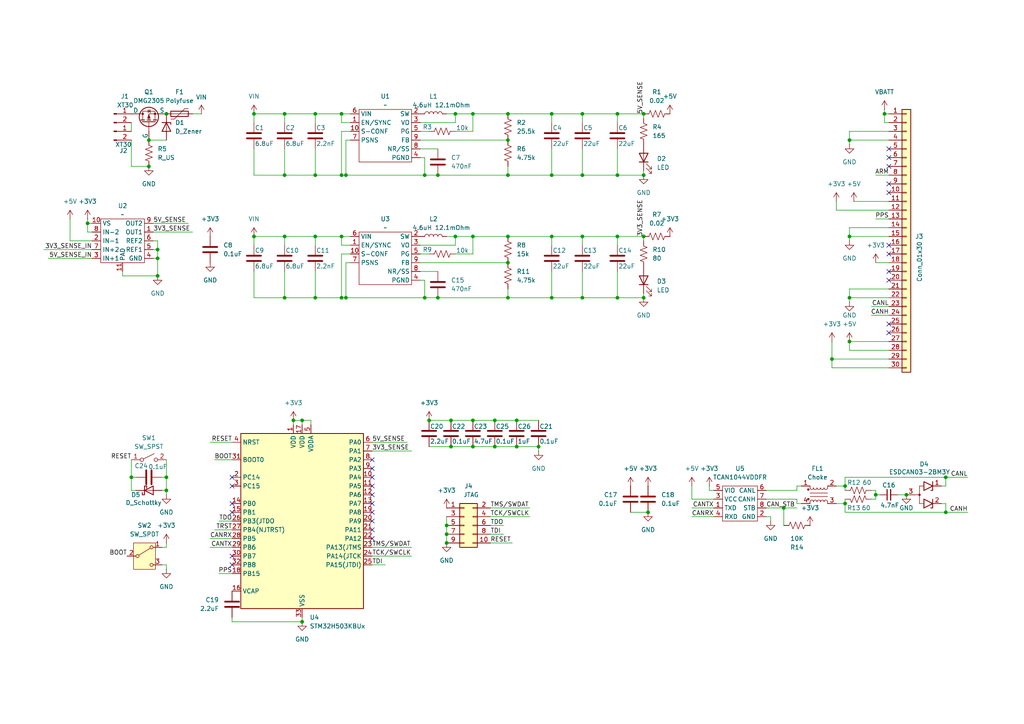
<source format=kicad_sch>
(kicad_sch (version 20231120) (generator "eeschema") (generator_version "8.0")
  (paper "A4")
  (title_block (title "Blaze Power Managment") (date "2024-09-13") (rev "1") (company "UCSC Rocket Team") (comment 1 "Designed by Julian Barbera"))
  (junction (at 132.08 33.02))
  (junction (at 73.66 33.02))
  (junction (at 147.32 50.8))
  (junction (at 149.86 121.92))
  (junction (at 99.06 68.58))
  (junction (at 45.72 74.93))
  (junction (at 160.02 50.8))
  (junction (at 43.18 40.64))
  (junction (at 85.09 121.92))
  (junction (at 147.32 86.36))
  (junction (at 245.11 146.05))
  (junction (at 82.55 33.02))
  (junction (at 147.32 68.58))
  (junction (at 168.91 68.58))
  (junction (at 100.33 50.8))
  (junction (at 246.38 86.36))
  (junction (at 130.81 121.92))
  (junction (at 179.07 33.02))
  (junction (at 38.1 138.43))
  (junction (at 246.38 68.58))
  (junction (at 48.26 138.43))
  (junction (at 82.55 86.36))
  (junction (at 45.72 72.39))
  (junction (at 127 50.8))
  (junction (at 246.38 40.64))
  (junction (at 43.18 48.26))
  (junction (at 48.26 33.02))
  (junction (at 168.91 33.02))
  (junction (at 82.55 68.58))
  (junction (at 137.16 68.58))
  (junction (at 179.07 86.36))
  (junction (at 130.81 129.54))
  (junction (at 99.06 50.8))
  (junction (at 99.06 33.02))
  (junction (at 168.91 50.8))
  (junction (at 124.46 121.92))
  (junction (at 186.69 33.02))
  (junction (at 160.02 33.02))
  (junction (at 137.16 33.02))
  (junction (at 87.63 121.92))
  (junction (at 256.54 33.02))
  (junction (at 143.51 129.54))
  (junction (at 147.32 33.02))
  (junction (at 160.02 86.36))
  (junction (at 129.54 154.94))
  (junction (at 179.07 50.8))
  (junction (at 129.54 157.48))
  (junction (at 137.16 129.54))
  (junction (at 274.32 138.43))
  (junction (at 132.08 68.58))
  (junction (at 123.19 50.8))
  (junction (at 91.44 86.36))
  (junction (at 25.4 64.77))
  (junction (at 246.38 99.06))
  (junction (at 87.63 180.34))
  (junction (at 82.55 50.8))
  (junction (at 137.16 121.92))
  (junction (at 143.51 121.92))
  (junction (at 123.19 86.36))
  (junction (at 73.66 68.58))
  (junction (at 147.32 76.2))
  (junction (at 99.06 86.36))
  (junction (at 168.91 86.36))
  (junction (at 254 143.51))
  (junction (at 179.07 68.58))
  (junction (at 186.69 68.58))
  (junction (at 91.44 33.02))
  (junction (at 91.44 50.8))
  (junction (at 129.54 152.4))
  (junction (at 156.21 129.54))
  (junction (at 187.96 148.59))
  (junction (at 227.33 147.32))
  (junction (at 45.72 80.01))
  (junction (at 160.02 68.58))
  (junction (at 262.89 143.51))
  (junction (at 48.26 142.24))
  (junction (at 147.32 40.64))
  (junction (at 274.32 148.59))
  (junction (at 186.69 50.8))
  (junction (at 100.33 86.36))
  (junction (at 245.11 140.97))
  (junction (at 91.44 68.58))
  (junction (at 149.86 129.54))
  (junction (at 186.69 86.36))
  (junction (at 127 86.36))
  (junction (at 241.3 104.14))
  (no_connect (at 67.31 161.29))
  (no_connect (at 107.95 140.97))
  (no_connect (at 107.95 156.21))
  (no_connect (at 67.31 163.83))
  (no_connect (at 257.81 71.12))
  (no_connect (at 107.95 146.05))
  (no_connect (at 107.95 138.43))
  (no_connect (at 257.81 73.66))
  (no_connect (at 107.95 135.89))
  (no_connect (at 257.81 45.72))
  (no_connect (at 257.81 53.34))
  (no_connect (at 107.95 153.67))
  (no_connect (at 67.31 138.43))
  (no_connect (at 67.31 148.59))
  (no_connect (at 257.81 48.26))
  (no_connect (at 107.95 151.13))
  (no_connect (at 67.31 140.97))
  (no_connect (at 257.81 96.52))
  (no_connect (at 107.95 148.59))
  (no_connect (at 107.95 143.51))
  (no_connect (at 257.81 43.18))
  (no_connect (at 67.31 146.05))
  (no_connect (at 107.95 133.35))
  (no_connect (at 257.81 93.98))
  (no_connect (at 257.81 55.88))
  (no_connect (at 257.81 81.28))
  (no_connect (at 257.81 78.74))
  (wire (pts (xy 45.72 72.39) (xy 44.45 72.39)))
  (wire (pts (xy 121.92 78.74) (xy 127 78.74)))
  (wire (pts (xy 242.57 140.97) (xy 245.11 140.97)))
  (wire (pts (xy 186.69 68.58) (xy 179.07 68.58)))
  (wire (pts (xy 73.66 86.36) (xy 73.66 78.74)))
  (wire (pts (xy 147.32 48.26) (xy 147.32 50.8)))
  (wire (pts (xy 60.96 156.21) (xy 67.31 156.21)))
  (wire (pts (xy 129.54 149.86) (xy 129.54 152.4)))
  (wire (pts (xy 121.92 35.56) (xy 132.08 35.56)))
  (wire (pts (xy 179.07 78.74) (xy 179.07 86.36)))
  (wire (pts (xy 274.32 138.43) (xy 280.67 138.43)))
  (wire (pts (xy 254 142.24) (xy 254 143.51)))
  (wire (pts (xy 137.16 121.92) (xy 143.51 121.92)))
  (wire (pts (xy 142.24 152.4) (xy 146.05 152.4)))
  (wire (pts (xy 45.72 72.39) (xy 45.72 69.85)))
  (wire (pts (xy 256.54 33.02) (xy 257.81 33.02)))
  (wire (pts (xy 246.38 41.91) (xy 246.38 40.64)))
  (wire (pts (xy 82.55 43.18) (xy 82.55 50.8)))
  (wire (pts (xy 246.38 86.36) (xy 257.81 86.36)))
  (wire (pts (xy 99.06 73.66) (xy 99.06 86.36)))
  (wire (pts (xy 245.11 140.97) (xy 245.11 142.24)))
  (wire (pts (xy 246.38 83.82) (xy 257.81 83.82)))
  (wire (pts (xy 129.54 154.94) (xy 129.54 157.48)))
  (wire (pts (xy 160.02 78.74) (xy 160.02 86.36)))
  (wire (pts (xy 252.73 91.44) (xy 257.81 91.44)))
  (wire (pts (xy 43.18 40.64) (xy 48.26 40.64)))
  (wire (pts (xy 168.91 43.18) (xy 168.91 50.8)))
  (wire (pts (xy 168.91 50.8) (xy 160.02 50.8)))
  (wire (pts (xy 127 50.8) (xy 123.19 50.8)))
  (wire (pts (xy 100.33 50.8) (xy 99.06 50.8)))
  (wire (pts (xy 38.1 35.56) (xy 38.1 38.1)))
  (wire (pts (xy 207.01 144.78) (xy 200.66 144.78)))
  (wire (pts (xy 242.57 58.42) (xy 242.57 60.96)))
  (wire (pts (xy 73.66 33.02) (xy 73.66 35.56)))
  (wire (pts (xy 87.63 121.92) (xy 87.63 123.19)))
  (wire (pts (xy 205.74 142.24) (xy 207.01 142.24)))
  (wire (pts (xy 147.32 50.8) (xy 160.02 50.8)))
  (wire (pts (xy 137.16 38.1) (xy 137.16 33.02)))
  (wire (pts (xy 168.91 78.74) (xy 168.91 86.36)))
  (wire (pts (xy 256.54 33.02) (xy 256.54 35.56)))
  (wire (pts (xy 123.19 45.72) (xy 123.19 50.8)))
  (wire (pts (xy 186.69 33.02) (xy 179.07 33.02)))
  (wire (pts (xy 223.52 149.86) (xy 222.25 149.86)))
  (wire (pts (xy 186.69 33.02) (xy 186.69 34.29)))
  (wire (pts (xy 132.08 38.1) (xy 137.16 38.1)))
  (wire (pts (xy 91.44 86.36) (xy 91.44 78.74)))
  (wire (pts (xy 63.5 166.37) (xy 67.31 166.37)))
  (wire (pts (xy 246.38 66.04) (xy 257.81 66.04)))
  (wire (pts (xy 246.38 68.58) (xy 246.38 69.85)))
  (wire (pts (xy 222.25 147.32) (xy 227.33 147.32)))
  (wire (pts (xy 186.69 86.36) (xy 179.07 86.36)))
  (wire (pts (xy 107.95 130.81) (xy 119.38 130.81)))
  (wire (pts (xy 91.44 68.58) (xy 99.06 68.58)))
  (wire (pts (xy 48.26 142.24) (xy 46.99 142.24)))
  (wire (pts (xy 107.95 128.27) (xy 118.11 128.27)))
  (wire (pts (xy 168.91 33.02) (xy 168.91 35.56)))
  (wire (pts (xy 127 50.8) (xy 147.32 50.8)))
  (wire (pts (xy 223.52 151.13) (xy 223.52 149.86)))
  (wire (pts (xy 91.44 50.8) (xy 91.44 43.18)))
  (wire (pts (xy 156.21 130.81) (xy 156.21 129.54)))
  (wire (pts (xy 107.95 158.75) (xy 119.38 158.75)))
  (wire (pts (xy 147.32 83.82) (xy 147.32 86.36)))
  (wire (pts (xy 246.38 66.04) (xy 246.38 68.58)))
  (wire (pts (xy 168.91 68.58) (xy 179.07 68.58)))
  (wire (pts (xy 241.3 104.14) (xy 257.81 104.14)))
  (wire (pts (xy 231.14 146.05) (xy 232.41 146.05)))
  (wire (pts (xy 142.24 154.94) (xy 146.05 154.94)))
  (wire (pts (xy 123.19 81.28) (xy 123.19 86.36)))
  (wire (pts (xy 87.63 121.92) (xy 90.17 121.92)))
  (wire (pts (xy 73.66 68.58) (xy 73.66 71.12)))
  (wire (pts (xy 107.95 161.29) (xy 119.38 161.29)))
  (wire (pts (xy 179.07 86.36) (xy 168.91 86.36)))
  (wire (pts (xy 222.25 144.78) (xy 231.14 144.78)))
  (wire (pts (xy 58.42 33.02) (xy 55.88 33.02)))
  (wire (pts (xy 129.54 152.4) (xy 129.54 154.94)))
  (wire (pts (xy 91.44 33.02) (xy 91.44 35.56)))
  (wire (pts (xy 45.72 74.93) (xy 44.45 74.93)))
  (wire (pts (xy 156.21 129.54) (xy 149.86 129.54)))
  (wire (pts (xy 44.45 64.77) (xy 54.61 64.77)))
  (wire (pts (xy 99.06 68.58) (xy 101.6 68.58)))
  (wire (pts (xy 124.46 121.92) (xy 130.81 121.92)))
  (wire (pts (xy 82.55 68.58) (xy 91.44 68.58)))
  (wire (pts (xy 67.31 179.07) (xy 67.31 180.34)))
  (wire (pts (xy 142.24 147.32) (xy 153.67 147.32)))
  (wire (pts (xy 127 86.36) (xy 123.19 86.36)))
  (wire (pts (xy 130.81 129.54) (xy 137.16 129.54)))
  (wire (pts (xy 124.46 129.54) (xy 130.81 129.54)))
  (wire (pts (xy 48.26 133.35) (xy 48.26 138.43)))
  (wire (pts (xy 45.72 74.93) (xy 45.72 72.39)))
  (wire (pts (xy 100.33 76.2) (xy 100.33 86.36)))
  (wire (pts (xy 149.86 121.92) (xy 156.21 121.92)))
  (wire (pts (xy 48.26 157.48) (xy 48.26 158.75)))
  (wire (pts (xy 241.3 104.14) (xy 241.3 106.68)))
  (wire (pts (xy 252.73 144.78) (xy 254 144.78)))
  (wire (pts (xy 38.1 40.64) (xy 38.1 48.26)))
  (wire (pts (xy 44.45 67.31) (xy 55.88 67.31)))
  (wire (pts (xy 241.3 99.06) (xy 241.3 104.14)))
  (wire (pts (xy 132.08 73.66) (xy 137.16 73.66)))
  (wire (pts (xy 168.91 33.02) (xy 179.07 33.02)))
  (wire (pts (xy 90.17 121.92) (xy 90.17 123.19)))
  (wire (pts (xy 48.26 138.43) (xy 46.99 138.43)))
  (wire (pts (xy 101.6 35.56) (xy 99.06 35.56)))
  (wire (pts (xy 99.06 35.56) (xy 99.06 33.02)))
  (wire (pts (xy 35.56 80.01) (xy 35.56 78.74)))
  (wire (pts (xy 99.06 71.12) (xy 99.06 68.58)))
  (wire (pts (xy 38.1 48.26) (xy 43.18 48.26)))
  (wire (pts (xy 99.06 33.02) (xy 101.6 33.02)))
  (wire (pts (xy 38.1 142.24) (xy 39.37 142.24)))
  (wire (pts (xy 48.26 142.24) (xy 48.26 143.51)))
  (wire (pts (xy 82.55 33.02) (xy 91.44 33.02)))
  (wire (pts (xy 160.02 68.58) (xy 168.91 68.58)))
  (wire (pts (xy 246.38 99.06) (xy 257.81 99.06)))
  (wire (pts (xy 123.19 50.8) (xy 100.33 50.8)))
  (wire (pts (xy 256.54 35.56) (xy 257.81 35.56)))
  (wire (pts (xy 67.31 180.34) (xy 87.63 180.34)))
  (wire (pts (xy 107.95 163.83) (xy 111.76 163.83)))
  (wire (pts (xy 38.1 138.43) (xy 38.1 142.24)))
  (wire (pts (xy 186.69 68.58) (xy 186.69 69.85)))
  (wire (pts (xy 121.92 71.12) (xy 132.08 71.12)))
  (wire (pts (xy 12.7 72.39) (xy 26.67 72.39)))
  (wire (pts (xy 245.11 138.43) (xy 274.32 138.43)))
  (wire (pts (xy 160.02 33.02) (xy 168.91 33.02)))
  (wire (pts (xy 132.08 71.12) (xy 132.08 68.58)))
  (wire (pts (xy 254 63.5) (xy 257.81 63.5)))
  (wire (pts (xy 91.44 68.58) (xy 91.44 71.12)))
  (wire (pts (xy 231.14 142.24) (xy 231.14 140.97)))
  (wire (pts (xy 246.38 40.64) (xy 257.81 40.64)))
  (wire (pts (xy 129.54 33.02) (xy 132.08 33.02)))
  (wire (pts (xy 121.92 81.28) (xy 123.19 81.28)))
  (wire (pts (xy 168.91 86.36) (xy 160.02 86.36)))
  (wire (pts (xy 82.55 50.8) (xy 73.66 50.8)))
  (wire (pts (xy 85.09 121.92) (xy 85.09 123.19)))
  (wire (pts (xy 245.11 146.05) (xy 245.11 144.78)))
  (wire (pts (xy 137.16 129.54) (xy 143.51 129.54)))
  (wire (pts (xy 127 86.36) (xy 147.32 86.36)))
  (wire (pts (xy 13.97 74.93) (xy 26.67 74.93)))
  (wire (pts (xy 254 50.8) (xy 257.81 50.8)))
  (wire (pts (xy 82.55 33.02) (xy 82.55 35.56)))
  (wire (pts (xy 48.26 158.75) (xy 46.99 158.75)))
  (wire (pts (xy 45.72 69.85) (xy 44.45 69.85)))
  (wire (pts (xy 246.38 86.36) (xy 246.38 87.63)))
  (wire (pts (xy 231.14 144.78) (xy 231.14 146.05)))
  (wire (pts (xy 35.56 80.01) (xy 45.72 80.01)))
  (wire (pts (xy 246.38 68.58) (xy 257.81 68.58)))
  (wire (pts (xy 205.74 140.97) (xy 205.74 142.24)))
  (wire (pts (xy 137.16 73.66) (xy 137.16 68.58)))
  (wire (pts (xy 87.63 180.34) (xy 87.63 179.07)))
  (wire (pts (xy 25.4 64.77) (xy 25.4 67.31)))
  (wire (pts (xy 60.96 158.75) (xy 67.31 158.75)))
  (wire (pts (xy 48.26 163.83) (xy 48.26 165.1)))
  (wire (pts (xy 99.06 50.8) (xy 91.44 50.8)))
  (wire (pts (xy 246.38 99.06) (xy 246.38 101.6)))
  (wire (pts (xy 132.08 35.56) (xy 132.08 33.02)))
  (wire (pts (xy 101.6 76.2) (xy 100.33 76.2)))
  (wire (pts (xy 227.33 147.32) (xy 227.33 152.4)))
  (wire (pts (xy 254 76.2) (xy 257.81 76.2)))
  (wire (pts (xy 168.91 68.58) (xy 168.91 71.12)))
  (wire (pts (xy 121.92 40.64) (xy 147.32 40.64)))
  (wire (pts (xy 38.1 138.43) (xy 39.37 138.43)))
  (wire (pts (xy 137.16 33.02) (xy 147.32 33.02)))
  (wire (pts (xy 91.44 86.36) (xy 82.55 86.36)))
  (wire (pts (xy 132.08 33.02) (xy 137.16 33.02)))
  (wire (pts (xy 242.57 146.05) (xy 245.11 146.05)))
  (wire (pts (xy 142.24 157.48) (xy 148.59 157.48)))
  (wire (pts (xy 245.11 148.59) (xy 274.32 148.59)))
  (wire (pts (xy 274.32 140.97) (xy 274.32 138.43)))
  (wire (pts (xy 227.33 147.32) (xy 231.14 147.32)))
  (wire (pts (xy 124.46 73.66) (xy 121.92 73.66)))
  (wire (pts (xy 60.96 128.27) (xy 67.31 128.27)))
  (wire (pts (xy 186.69 85.09) (xy 186.69 86.36)))
  (wire (pts (xy 129.54 68.58) (xy 132.08 68.58)))
  (wire (pts (xy 222.25 142.24) (xy 231.14 142.24)))
  (wire (pts (xy 252.73 142.24) (xy 254 142.24)))
  (wire (pts (xy 245.11 146.05) (xy 245.11 148.59)))
  (wire (pts (xy 160.02 68.58) (xy 160.02 71.12)))
  (wire (pts (xy 143.51 129.54) (xy 149.86 129.54)))
  (wire (pts (xy 160.02 43.18) (xy 160.02 50.8)))
  (wire (pts (xy 73.66 33.02) (xy 82.55 33.02)))
  (wire (pts (xy 20.32 63.5) (xy 20.32 69.85)))
  (wire (pts (xy 252.73 88.9) (xy 257.81 88.9)))
  (wire (pts (xy 186.69 50.8) (xy 179.07 50.8)))
  (wire (pts (xy 130.81 121.92) (xy 137.16 121.92)))
  (wire (pts (xy 231.14 140.97) (xy 232.41 140.97)))
  (wire (pts (xy 257.81 38.1) (xy 246.38 38.1)))
  (wire (pts (xy 147.32 86.36) (xy 160.02 86.36)))
  (wire (pts (xy 200.66 144.78) (xy 200.66 140.97)))
  (wire (pts (xy 200.66 147.32) (xy 207.01 147.32)))
  (wire (pts (xy 99.06 38.1) (xy 99.06 50.8)))
  (wire (pts (xy 82.55 78.74) (xy 82.55 86.36)))
  (wire (pts (xy 260.35 143.51) (xy 262.89 143.51)))
  (wire (pts (xy 48.26 163.83) (xy 46.99 163.83)))
  (wire (pts (xy 62.23 153.67) (xy 67.31 153.67)))
  (wire (pts (xy 200.66 149.86) (xy 207.01 149.86)))
  (wire (pts (xy 273.05 140.97) (xy 274.32 140.97)))
  (wire (pts (xy 274.32 148.59) (xy 280.67 148.59)))
  (wire (pts (xy 121.92 43.18) (xy 127 43.18)))
  (wire (pts (xy 147.32 33.02) (xy 160.02 33.02)))
  (wire (pts (xy 273.05 146.05) (xy 274.32 146.05)))
  (wire (pts (xy 246.38 83.82) (xy 246.38 86.36)))
  (wire (pts (xy 179.07 50.8) (xy 168.91 50.8)))
  (wire (pts (xy 142.24 149.86) (xy 153.67 149.86)))
  (wire (pts (xy 26.67 67.31) (xy 25.4 67.31)))
  (wire (pts (xy 274.32 146.05) (xy 274.32 148.59)))
  (wire (pts (xy 100.33 40.64) (xy 100.33 50.8)))
  (wire (pts (xy 121.92 45.72) (xy 123.19 45.72)))
  (wire (pts (xy 245.11 140.97) (xy 245.11 138.43)))
  (wire (pts (xy 20.32 69.85) (xy 26.67 69.85)))
  (wire (pts (xy 45.72 80.01) (xy 45.72 74.93)))
  (wire (pts (xy 91.44 33.02) (xy 99.06 33.02)))
  (wire (pts (xy 82.55 86.36) (xy 73.66 86.36)))
  (wire (pts (xy 179.07 43.18) (xy 179.07 50.8)))
  (wire (pts (xy 241.3 106.68) (xy 257.81 106.68)))
  (wire (pts (xy 100.33 86.36) (xy 99.06 86.36)))
  (wire (pts (xy 247.65 58.42) (xy 257.81 58.42)))
  (wire (pts (xy 73.66 68.58) (xy 82.55 68.58)))
  (wire (pts (xy 147.32 68.58) (xy 160.02 68.58)))
  (wire (pts (xy 25.4 64.77) (xy 25.4 63.5)))
  (wire (pts (xy 132.08 68.58) (xy 137.16 68.58)))
  (wire (pts (xy 62.23 133.35) (xy 67.31 133.35)))
  (wire (pts (xy 99.06 86.36) (xy 91.44 86.36)))
  (wire (pts (xy 101.6 73.66) (xy 99.06 73.66)))
  (wire (pts (xy 121.92 76.2) (xy 147.32 76.2)))
  (wire (pts (xy 160.02 33.02) (xy 160.02 35.56)))
  (wire (pts (xy 73.66 50.8) (xy 73.66 43.18)))
  (wire (pts (xy 101.6 38.1) (xy 99.06 38.1)))
  (wire (pts (xy 91.44 50.8) (xy 82.55 50.8)))
  (wire (pts (xy 123.19 86.36) (xy 100.33 86.36)))
  (wire (pts (xy 85.09 121.92) (xy 87.63 121.92)))
  (wire (pts (xy 242.57 60.96) (xy 257.81 60.96)))
  (wire (pts (xy 246.38 38.1) (xy 246.38 40.64)))
  (wire (pts (xy 254 143.51) (xy 255.27 143.51)))
  (wire (pts (xy 38.1 133.35) (xy 38.1 138.43)))
  (wire (pts (xy 179.07 71.12) (xy 179.07 68.58)))
  (wire (pts (xy 179.07 35.56) (xy 179.07 33.02)))
  (wire (pts (xy 63.5 151.13) (xy 67.31 151.13)))
  (wire (pts (xy 48.26 138.43) (xy 48.26 142.24)))
  (wire (pts (xy 101.6 40.64) (xy 100.33 40.64)))
  (wire (pts (xy 254 144.78) (xy 254 143.51)))
  (wire (pts (xy 137.16 68.58) (xy 147.32 68.58)))
  (wire (pts (xy 101.6 71.12) (xy 99.06 71.12)))
  (wire (pts (xy 182.88 148.59) (xy 187.96 148.59)))
  (wire (pts (xy 246.38 101.6) (xy 257.81 101.6)))
  (wire (pts (xy 186.69 49.53) (xy 186.69 50.8)))
  (wire (pts (xy 143.51 121.92) (xy 149.86 121.92)))
  (wire (pts (xy 82.55 68.58) (xy 82.55 71.12)))
  (wire (pts (xy 124.46 38.1) (xy 121.92 38.1)))
  (wire (pts (xy 25.4 64.77) (xy 26.67 64.77)))
  (wire (pts (xy 256.54 31.75) (xy 256.54 33.02)))
  (label "TMS{slash}SWDAT" (at 107.95 158.75 0))
  (label "5V_SENSE" (at 44.45 64.77 0))
  (label "TDI" (at 107.95 163.83 0))
  (label "TCK{slash}SWCLK" (at 107.95 161.29 0))
  (label "TCK{slash}SWCLK" (at 142.24 149.86 0))
  (label "CANL" (at 280.67 138.43 180))
  (label "3V3_SENSE" (at 44.45 67.31 0))
  (label "CANH" (at 280.67 148.59 180))
  (label "3V3_SENSE" (at 186.69 68.58 90))
  (label "CAN_STB" (at 222.25 147.32 0))
  (label "TRST" (at 67.31 153.67 180))
  (label "RESET" (at 38.1 133.35 180))
  (label "TDO" (at 142.24 152.4 0))
  (label "CANRX" (at 207.01 149.86 180))
  (label "BOOT" (at 67.31 133.35 180))
  (label "PPS" (at 257.81 63.5 180))
  (label "CANH" (at 257.81 91.44 180))
  (label "CANTX" (at 207.01 147.32 180))
  (label "TMS{slash}SWDAT" (at 142.24 147.32 0))
  (label "5V_SENSE" (at 107.95 128.27 0))
  (label "PPS" (at 67.31 166.37 180))
  (label "3V3_SENSE_IN" (at 26.67 72.39 180))
  (label "CANRX" (at 67.31 156.21 180))
  (label "CANL" (at 257.81 88.9 180))
  (label "BOOT" (at 36.83 161.29 180))
  (label "TDO" (at 67.31 151.13 180))
  (label "3V3_SENSE" (at 107.95 130.81 0))
  (label "RESET" (at 67.31 128.27 180))
  (label "TDI" (at 142.24 154.94 0))
  (label "CANTX" (at 67.31 158.75 180))
  (label "5V_SENSE" (at 186.69 33.02 90))
  (label "ARM" (at 257.81 50.8 180))
  (label "5V_SENSE_IN" (at 26.67 74.93 180))
  (label "RESET" (at 142.24 157.48 0))
  (symbol (lib_id "Device:R_US") (at 147.32 80.01 0) (unit 1)
    (property "Reference" "R11" (at 149.86 78.7399 0) (effects (justify left)))
    (property "Value" "4.75k" (at 149.86 81.2799 0) (effects (justify left)))
    (property "Description" "Resistor, US symbol" (effects (hide yes)))
  )
  (symbol (lib_id "Device:C") (at 91.44 74.93 0) (unit 1)
    (property "Reference" "C11" (at 91.694 72.644 0) (effects (justify left)))
    (property "Value" "2.2nF" (at 91.694 77.216 0) (effects (justify left)))
    (property "Description" "Unpolarized capacitor" (effects (hide yes)))
  )
  (symbol (lib_id "Device:C") (at 143.51 125.73 0) (unit 1)
    (property "Reference" "C25" (at 143.764 123.698 0) (effects (justify left)))
    (property "Value" "0.1uF" (at 143.764 128.016 0) (effects (justify left)))
    (property "Description" "Unpolarized capacitor" (effects (hide yes)))
  )
  (symbol (lib_id "Device:L") (at 125.73 33.02 90) (unit 1)
    (property "Reference" "L1" (at 125.73 27.94 90))
    (property "Value" "4.6uH 12.1mOhm" (at 128.016 30.48 90))
    (property "Description" "Inductor" (effects (hide yes)))
  )
  (symbol (lib_id "power:GND") (at 129.54 157.48 0) (unit 1)
    (property "Reference" "#PWR035" (effects (hide yes)))
    (property "Value" "GND" (at 129.54 162.56 0))
    (property "Description" "Power symbol creates a global label with name \"GND\" , ground" (effects (hide yes)))
  )
  (symbol (lib_id "Device:R_US") (at 147.32 36.83 0) (unit 1)
    (property "Reference" "R2" (at 149.86 35.5599 0) (effects (justify left)))
    (property "Value" "25.5k" (at 149.86 38.0999 0) (effects (justify left)))
    (property "Description" "Resistor, US symbol" (effects (hide yes)))
  )
  (symbol (lib_id "Device:R_US") (at 186.69 38.1 0) (unit 1)
    (property "Reference" "R4" (at 189.23 36.8299 0) (effects (justify left)))
    (property "Value" "165" (at 189.23 39.3699 0) (effects (justify left)))
    (property "Description" "Resistor, US symbol" (effects (hide yes)))
  )
  (symbol (lib_id "Switch:SW_SPST") (at 43.18 133.35 0) (unit 1)
    (property "Reference" "SW1" (at 43.18 127 0))
    (property "Value" "SW_SPST" (at 43.18 129.54 0))
    (property "Description" "Single Pole Single Throw (SPST) switch" (effects (hide yes)))
  )
  (symbol (lib_id "Connector:Conn_01x02_Pin") (at 33.02 38.1 0) (unit 1)
    (property "Reference" "J2" (at 35.814 43.688 0))
    (property "Value" "XT30" (at 35.814 41.91 0))
    (property "Description" "Generic connector, single row, 01x02, script generated" (effects (hide yes)))
  )
  (symbol (lib_id "Connector_Generic:Conn_01x30") (at 262.89 68.58 0) (unit 1)
    (property "Reference" "J3" (at 265.43 68.5799 0) (effects (justify left)))
    (property "Value" "Conn_01x30" (at 266.7 81.788 90) (effects (justify left)))
    (property "Description" "Generic connector, single row, 01x30, script generated (kicad-library-utils/schlib/autogen/connector/)" (effects (hide yes)))
  )
  (symbol (lib_id "Blaze_Lib:TPS62913") (at 111.76 39.37 0) (unit 1)
    (property "Reference" "U1" (at 111.76 27.94 0))
    (property "Value" "~" (at 111.76 30.48 0))
  )
  (symbol (lib_id "Device:C") (at 187.96 144.78 0) (unit 1)
    (property "Reference" "C18" (at 191.77 143.5099 0) (effects (justify left)))
    (property "Value" "0.1uF" (at 191.77 146.0499 0) (effects (justify left)))
    (property "Description" "Unpolarized capacitor" (effects (hide yes)))
  )
  (symbol (lib_id "Device:C") (at 168.91 39.37 0) (unit 1)
    (property "Reference" "C5" (at 169.164 37.084 0) (effects (justify left)))
    (property "Value" "22uF" (at 169.164 41.656 0) (effects (justify left)))
    (property "Description" "Unpolarized capacitor" (effects (hide yes)))
  )
  (symbol (lib_id "power:+5V") (at 242.57 58.42 0) (unit 1)
    (property "Reference" "#PWR016" (effects (hide yes)))
    (property "Value" "+3V3" (at 242.57 53.34 0))
    (property "Description" "Power symbol creates a global label with name \"+5V\"" (effects (hide yes)))
  )
  (symbol (lib_id "power:GND") (at 48.26 165.1 0) (unit 1)
    (property "Reference" "#PWR032" (effects (hide yes)))
    (property "Value" "GND" (at 48.26 170.18 0))
    (property "Description" "Power symbol creates a global label with name \"GND\" , ground" (effects (hide yes)))
  )
  (symbol (lib_id "power:GND") (at 223.52 151.13 0) (unit 1)
    (property "Reference" "#PWR024" (effects (hide yes)))
    (property "Value" "GND" (at 223.52 156.21 0))
    (property "Description" "Power symbol creates a global label with name \"GND\" , ground" (effects (hide yes)))
  )
  (symbol (lib_id "Device:R_US") (at 248.92 142.24 90) (unit 1)
    (property "Reference" "R12" (at 247.65 139.954 90))
    (property "Value" "60" (at 251.46 139.954 90))
    (property "Description" "Resistor, US symbol" (effects (hide yes)))
  )
  (symbol (lib_id "Device:C") (at 156.21 125.73 0) (unit 1)
    (property "Reference" "C21" (at 156.464 123.698 0) (effects (justify left)))
    (property "Value" "0.1uF" (at 156.464 128.016 0) (effects (justify left)))
    (property "Description" "Unpolarized capacitor" (effects (hide yes)))
  )
  (symbol (lib_id "Device:C") (at 73.66 39.37 0) (unit 1)
    (property "Reference" "C1" (at 73.914 37.084 0) (effects (justify left)))
    (property "Value" "6.8uF" (at 73.914 41.656 0) (effects (justify left)))
    (property "Description" "Unpolarized capacitor" (effects (hide yes)))
  )
  (symbol (lib_id "power:GND") (at 186.69 86.36 0) (unit 1)
    (property "Reference" "#PWR013" (effects (hide yes)))
    (property "Value" "GND" (at 186.69 91.44 0))
    (property "Description" "Power symbol creates a global label with name \"GND\" , ground" (effects (hide yes)))
  )
  (symbol (lib_id "Device:C") (at 127 46.99 0) (unit 1)
    (property "Reference" "C7" (at 130.81 45.7199 0) (effects (justify left)))
    (property "Value" "470nF" (at 130.81 48.2599 0) (effects (justify left)))
    (property "Description" "Unpolarized capacitor" (effects (hide yes)))
  )
  (symbol (lib_id "Connector_Generic:Conn_02x05_Odd_Even") (at 134.62 152.4 0) (unit 1)
    (property "Reference" "J4" (at 135.89 140.97 0))
    (property "Value" "JTAG" (at 136.652 143.51 0))
    (property "Description" "Generic connector, double row, 02x05, odd/even pin numbering scheme (row 1 odd numbers, row 2 even numbers), script generated (kicad-library-utils/schlib/autogen/connector/)" (effects (hide yes)))
  )
  (symbol (lib_id "Blaze_Lib:TCAN1044") (at 214.63 146.05 0) (unit 1)
    (property "Reference" "U5" (at 214.63 135.89 0))
    (property "Value" "TCAN1044VDDFR" (at 214.63 138.43 0))
  )
  (symbol (lib_id "power:GND") (at 246.38 69.85 0) (unit 1)
    (property "Reference" "#PWR033" (effects (hide yes)))
    (property "Value" "GND" (at 246.38 74.93 0))
    (property "Description" "Power symbol creates a global label with name \"GND\" , ground" (effects (hide yes)))
  )
  (symbol (lib_id "Device:D_Zener") (at 48.26 36.83 270) (unit 1)
    (property "Reference" "D1" (at 50.8 35.5599 90) (effects (justify left)))
    (property "Value" "D_Zener" (at 50.8 38.0999 90) (effects (justify left)))
    (property "Description" "Zener diode" (effects (hide yes)))
  )
  (symbol (lib_id "Device:C") (at 160.02 74.93 0) (unit 1)
    (property "Reference" "C12" (at 160.274 72.644 0) (effects (justify left)))
    (property "Value" "22uF" (at 160.274 77.216 0) (effects (justify left)))
    (property "Description" "Unpolarized capacitor" (effects (hide yes)))
  )
  (symbol (lib_id "Device:L") (at 125.73 68.58 90) (unit 1)
    (property "Reference" "L2" (at 125.73 63.5 90))
    (property "Value" "4.6uH 12.1mOhm" (at 128.016 66.04 90))
    (property "Description" "Inductor" (effects (hide yes)))
  )
  (symbol (lib_id "power:+5V") (at 256.54 31.75 0) (unit 1)
    (property "Reference" "#PWR014" (effects (hide yes)))
    (property "Value" "VBATT" (at 256.54 26.67 0))
    (property "Description" "Power symbol creates a global label with name \"+5V\"" (effects (hide yes)))
  )
  (symbol (lib_id "Device:R_US") (at 147.32 44.45 0) (unit 1)
    (property "Reference" "R6" (at 149.86 43.1799 0) (effects (justify left)))
    (property "Value" "4.75k" (at 149.86 45.7199 0) (effects (justify left)))
    (property "Description" "Resistor, US symbol" (effects (hide yes)))
  )
  (symbol (lib_id "power:+3V3") (at 187.96 140.97 0) (unit 1)
    (property "Reference" "#PWR019" (effects (hide yes)))
    (property "Value" "+3V3" (at 187.96 135.89 0))
    (property "Description" "Power symbol creates a global label with name \"+3V3\"" (effects (hide yes)))
  )
  (symbol (lib_id "Device:R_US") (at 231.14 152.4 90) (unit 1)
    (property "Reference" "R14" (at 231.14 158.75 90))
    (property "Value" "10K" (at 231.14 156.21 90))
    (property "Description" "Resistor, US symbol" (effects (hide yes)))
  )
  (symbol (lib_id "power:GND") (at 45.72 80.01 0) (unit 1)
    (property "Reference" "#PWR012" (effects (hide yes)))
    (property "Value" "GND" (at 45.72 85.09 0))
    (property "Description" "Power symbol creates a global label with name \"GND\" , ground" (effects (hide yes)))
  )
  (symbol (lib_id "power:+3V3") (at 205.74 140.97 0) (unit 1)
    (property "Reference" "#PWR021" (effects (hide yes)))
    (property "Value" "+3V3" (at 205.74 135.89 0))
    (property "Description" "Power symbol creates a global label with name \"+3V3\"" (effects (hide yes)))
  )
  (symbol (lib_id "power:GND") (at 262.89 143.51 0) (unit 1)
    (property "Reference" "#PWR022" (effects (hide yes)))
    (property "Value" "GND" (at 262.89 147.32 0))
    (property "Description" "Power symbol creates a global label with name \"GND\" , ground" (effects (hide yes)))
  )
  (symbol (lib_id "Device:C") (at 124.46 125.73 0) (unit 1)
    (property "Reference" "C20" (at 124.714 123.698 0) (effects (justify left)))
    (property "Value" "2.2uF" (at 124.714 128.016 0) (effects (justify left)))
    (property "Description" "Unpolarized capacitor" (effects (hide yes)))
  )
  (symbol (lib_id "Device:C") (at 82.55 39.37 0) (unit 1)
    (property "Reference" "C2" (at 82.804 37.084 0) (effects (justify left)))
    (property "Value" "6.8uF" (at 82.804 41.656 0) (effects (justify left)))
    (property "Description" "Unpolarized capacitor" (effects (hide yes)))
  )
  (symbol (lib_id "power:GND") (at 186.69 50.8 0) (unit 1)
    (property "Reference" "#PWR05" (effects (hide yes)))
    (property "Value" "GND" (at 186.69 55.88 0))
    (property "Description" "Power symbol creates a global label with name \"GND\" , ground" (effects (hide yes)))
  )
  (symbol (lib_id "Device:C") (at 168.91 74.93 0) (unit 1)
    (property "Reference" "C13" (at 169.164 72.644 0) (effects (justify left)))
    (property "Value" "22uF" (at 169.164 77.216 0) (effects (justify left)))
    (property "Description" "Unpolarized capacitor" (effects (hide yes)))
  )
  (symbol (lib_id "Connector:Conn_01x02_Pin") (at 33.02 33.02 0) (unit 1)
    (property "Reference" "J1" (at 36.195 27.94 0))
    (property "Value" "XT30" (at 36.322 30.48 0))
    (property "Description" "Generic connector, single row, 01x02, script generated" (effects (hide yes)))
  )
  (symbol (lib_id "Device:C") (at 91.44 39.37 0) (unit 1)
    (property "Reference" "C3" (at 91.694 37.084 0) (effects (justify left)))
    (property "Value" "2.2nF" (at 91.694 41.656 0) (effects (justify left)))
    (property "Description" "Unpolarized capacitor" (effects (hide yes)))
  )
  (symbol (lib_id "Device:C") (at 130.81 125.73 0) (unit 1)
    (property "Reference" "C22" (at 131.064 123.698 0) (effects (justify left)))
    (property "Value" "0.1uF" (at 131.064 128.016 0) (effects (justify left)))
    (property "Description" "Unpolarized capacitor" (effects (hide yes)))
  )
  (symbol (lib_id "Device:C") (at 127 82.55 0) (unit 1)
    (property "Reference" "C15" (at 130.81 81.2799 0) (effects (justify left)))
    (property "Value" "470nF" (at 130.81 83.8199 0) (effects (justify left)))
    (property "Description" "Unpolarized capacitor" (effects (hide yes)))
  )
  (symbol (lib_id "Device:C_Small") (at 257.81 143.51 90) (unit 1)
    (property "Reference" "C16" (at 257.81 140.716 90))
    (property "Value" "4.7nF" (at 258.064 146.558 90))
    (property "Description" "Unpolarized capacitor, small symbol" (effects (hide yes)))
  )
  (symbol (lib_id "Switch:SW_SPDT") (at 41.91 161.29 0) (unit 1)
    (property "Reference" "SW2" (at 41.91 152.4 0))
    (property "Value" "SW_SPDT" (at 41.91 154.94 0))
    (property "Description" "Switch, single pole double throw" (effects (hide yes)))
  )
  (symbol (lib_id "power:+3V3") (at 182.88 140.97 0) (unit 1)
    (property "Reference" "#PWR018" (effects (hide yes)))
    (property "Value" "+5V" (at 182.88 135.89 0))
    (property "Description" "Power symbol creates a global label with name \"+3V3\"" (effects (hide yes)))
  )
  (symbol (lib_id "power:+5V") (at 246.38 99.06 0) (unit 1)
    (property "Reference" "#PWR039" (effects (hide yes)))
    (property "Value" "+5V" (at 246.38 93.98 0))
    (property "Description" "Power symbol creates a global label with name \"+5V\"" (effects (hide yes)))
  )
  (symbol (lib_id "Device:R_US") (at 248.92 144.78 90) (mirror x) (unit 1)
    (property "Reference" "R13" (at 247.65 147.32 90))
    (property "Value" "60" (at 251.206 147.32 90))
    (property "Description" "Resistor, US symbol" (effects (hide yes)))
  )
  (symbol (lib_id "Device:R_US") (at 128.27 38.1 90) (unit 1)
    (property "Reference" "R3" (at 123.952 36.83 90))
    (property "Value" "10k" (at 134.112 37.084 90))
    (property "Description" "Resistor, US symbol" (effects (hide yes)))
  )
  (symbol (lib_id "power:+3V3") (at 124.46 121.92 0) (unit 1)
    (property "Reference" "#PWR028" (effects (hide yes)))
    (property "Value" "+3V3" (at 124.46 116.84 0))
    (property "Description" "Power symbol creates a global label with name \"+3V3\"" (effects (hide yes)))
  )
  (symbol (lib_id "Power_Protection:RCLAMP0582B") (at 267.97 143.51 0) (unit 1)
    (property "Reference" "D4" (at 268.0335 134.62 0))
    (property "Value" "ESDCAN03-2BM3Y" (at 266.7 136.906 0))
    (property "Footprint" "Package_TO_SOT_SMD:SOT-416" (effects (hide yes)))
    (property "Datasheet" "https://www.semtech.com/products/circuit-protection/low-capacitance/rclamp0582b" (effects (hide yes)))
    (property "Description" "Low capacitance unidirectional dual ESD protection diode, SC-75" (effects (hide yes)))
  )
  (symbol (lib_id "Device:R_US") (at 43.18 44.45 0) (unit 1)
    (property "Reference" "R5" (at 45.72 43.1799 0) (effects (justify left)))
    (property "Value" "R_US" (at 45.72 45.7199 0) (effects (justify left)))
    (property "Description" "Resistor, US symbol" (effects (hide yes)))
  )
  (symbol (lib_id "Device:C") (at 137.16 125.73 0) (unit 1)
    (property "Reference" "C23" (at 137.414 123.698 0) (effects (justify left)))
    (property "Value" "4.7uF" (at 137.414 128.016 0) (effects (justify left)))
    (property "Description" "Unpolarized capacitor" (effects (hide yes)))
  )
  (symbol (lib_id "Device:C") (at 73.66 74.93 0) (unit 1)
    (property "Reference" "C9" (at 73.914 72.644 0) (effects (justify left)))
    (property "Value" "6.8uF" (at 73.914 77.216 0) (effects (justify left)))
    (property "Description" "Unpolarized capacitor" (effects (hide yes)))
  )
  (symbol (lib_id "power:GND") (at 187.96 148.59 0) (unit 1)
    (property "Reference" "#PWR023" (effects (hide yes)))
    (property "Value" "GND" (at 187.96 153.67 0))
    (property "Description" "Power symbol creates a global label with name \"GND\" , ground" (effects (hide yes)))
  )
  (symbol (lib_id "Device:C") (at 179.07 74.93 0) (unit 1)
    (property "Reference" "C14" (at 179.324 72.644 0) (effects (justify left)))
    (property "Value" "22uF" (at 179.324 77.216 0) (effects (justify left)))
    (property "Description" "Unpolarized capacitor" (effects (hide yes)))
  )
  (symbol (lib_id "power:+5V") (at 194.31 33.02 0) (unit 1)
    (property "Reference" "#PWR03" (effects (hide yes)))
    (property "Value" "+5V" (at 194.31 27.94 0))
    (property "Description" "Power symbol creates a global label with name \"+5V\"" (effects (hide yes)))
  )
  (symbol (lib_id "power:VBUS") (at 58.42 33.02 0) (unit 1)
    (property "Reference" "#PWR01" (effects (hide yes)))
    (property "Value" "VIN" (at 58.42 28.194 0))
    (property "Description" "Power symbol creates a global label with name \"VBUS\"" (effects (hide yes)))
  )
  (symbol (lib_id "Device:C") (at 60.96 72.39 0) (unit 1)
    (property "Reference" "C8" (at 64.77 71.1199 0) (effects (justify left)))
    (property "Value" "0.1uF" (at 64.77 73.6599 0) (effects (justify left)))
    (property "Description" "Unpolarized capacitor" (effects (hide yes)))
  )
  (symbol (lib_id "power:+3V3") (at 129.54 147.32 0) (unit 1)
    (property "Reference" "#PWR036" (effects (hide yes)))
    (property "Value" "+3V3" (at 129.54 142.24 0))
    (property "Description" "Power symbol creates a global label with name \"+3V3\"" (effects (hide yes)))
  )
  (symbol (lib_id "Device:Polyfuse") (at 52.07 33.02 90) (unit 1)
    (property "Reference" "F1" (at 52.07 26.67 90))
    (property "Value" "Polyfuse" (at 52.07 29.21 90))
    (property "Description" "Resettable fuse, polymeric positive temperature coefficient" (effects (hide yes)))
  )
  (symbol (lib_id "Device:C") (at 179.07 39.37 0) (unit 1)
    (property "Reference" "C6" (at 179.324 37.084 0) (effects (justify left)))
    (property "Value" "22uF" (at 179.324 41.656 0) (effects (justify left)))
    (property "Description" "Unpolarized capacitor" (effects (hide yes)))
  )
  (symbol (lib_id "power:+3V3") (at 200.66 140.97 0) (unit 1)
    (property "Reference" "#PWR020" (effects (hide yes)))
    (property "Value" "+5V" (at 200.66 135.89 0))
    (property "Description" "Power symbol creates a global label with name \"+3V3\"" (effects (hide yes)))
  )
  (symbol (lib_id "Device:C") (at 43.18 138.43 90) (unit 1)
    (property "Reference" "C24" (at 42.926 135.128 90) (effects (justify left)))
    (property "Value" "0.1uF" (at 48.514 135.382 90) (effects (justify left)))
    (property "Description" "Unpolarized capacitor" (effects (hide yes)))
  )
  (symbol (lib_id "power:GND") (at 246.38 41.91 0) (unit 1)
    (property "Reference" "#PWR015" (effects (hide yes)))
    (property "Value" "GND" (at 246.38 46.99 0))
    (property "Description" "Power symbol creates a global label with name \"GND\" , ground" (effects (hide yes)))
  )
  (symbol (lib_id "power:+5V") (at 241.3 99.06 0) (unit 1)
    (property "Reference" "#PWR038" (effects (hide yes)))
    (property "Value" "+3V3" (at 241.3 93.98 0))
    (property "Description" "Power symbol creates a global label with name \"+5V\"" (effects (hide yes)))
  )
  (symbol (lib_id "power:GND") (at 60.96 76.2 0) (unit 1)
    (property "Reference" "#PWR011" (effects (hide yes)))
    (property "Value" "GND" (at 60.96 81.28 0))
    (property "Description" "Power symbol creates a global label with name \"GND\" , ground" (effects (hide yes)))
  )
  (symbol (lib_id "Device:R_US") (at 190.5 33.02 90) (unit 1)
    (property "Reference" "R1" (at 190.5 26.67 90))
    (property "Value" "0.02" (at 190.5 29.21 90))
    (property "Description" "Resistor, US symbol" (effects (hide yes)))
  )
  (symbol (lib_id "Device:R_US") (at 147.32 72.39 0) (unit 1)
    (property "Reference" "R8" (at 149.86 71.1199 0) (effects (justify left)))
    (property "Value" "15k" (at 149.86 73.6599 0) (effects (justify left)))
    (property "Description" "Resistor, US symbol" (effects (hide yes)))
  )
  (symbol (lib_id "Filter:Choke_Coilcraft_0603USB-142") (at 237.49 143.51 0) (unit 1)
    (property "Reference" "FL1" (at 237.109 135.89 0))
    (property "Value" "Choke" (at 237.109 138.43 0))
    (property "Footprint" "Inductor_SMD:L_CommonModeChoke_Coilcraft_0603USB" (effects (hide yes)))
    (property "Datasheet" "https://www.coilcraft.com/pdfs/0603usb.pdf" (effects (hide yes)))
    (property "Description" "Common mode choke, 500mA, 250VAC, 98nH, 174mohm, 1.9Ghz," (effects (hide yes)))
  )
  (symbol (lib_id "power:+3V3") (at 234.95 152.4 0) (unit 1)
    (property "Reference" "#PWR025" (effects (hide yes)))
    (property "Value" "+3V3" (at 234.95 147.32 0))
    (property "Description" "Power symbol creates a global label with name \"+3V3\"" (effects (hide yes)))
  )
  (symbol (lib_id "power:+3V3") (at 60.96 68.58 0) (unit 1)
    (property "Reference" "#PWR08" (effects (hide yes)))
    (property "Value" "+3V3" (at 60.96 63.5 0))
    (property "Description" "Power symbol creates a global label with name \"+3V3\"" (effects (hide yes)))
  )
  (symbol (lib_id "Device:C") (at 82.55 74.93 0) (unit 1)
    (property "Reference" "C10" (at 82.804 72.644 0) (effects (justify left)))
    (property "Value" "6.8uF" (at 82.804 77.216 0) (effects (justify left)))
    (property "Description" "Unpolarized capacitor" (effects (hide yes)))
  )
  (symbol (lib_id "power:+3V3") (at 25.4 63.5 0) (unit 1)
    (property "Reference" "#PWR07" (effects (hide yes)))
    (property "Value" "+3V3" (at 25.4 58.42 0))
    (property "Description" "Power symbol creates a global label with name \"+3V3\"" (effects (hide yes)))
  )
  (symbol (lib_id "power:+3V3") (at 48.26 157.48 0) (unit 1)
    (property "Reference" "#PWR031" (effects (hide yes)))
    (property "Value" "+3V3" (at 48.26 152.4 0))
    (property "Description" "Power symbol creates a global label with name \"+3V3\"" (effects (hide yes)))
  )
  (symbol (lib_id "Device:LED") (at 186.69 81.28 90) (unit 1)
    (property "Reference" "D3" (at 190.5 81.5974 90) (effects (justify right)))
    (property "Value" "LED" (at 190.5 84.1374 90) (effects (justify right)))
    (property "Description" "Light emitting diode" (effects (hide yes)))
  )
  (symbol (lib_id "power:GND") (at 246.38 87.63 0) (unit 1)
    (property "Reference" "#PWR037" (effects (hide yes)))
    (property "Value" "GND" (at 246.38 91.44 0))
    (property "Description" "Power symbol creates a global label with name \"GND\" , ground" (effects (hide yes)))
  )
  (symbol (lib_id "Blaze_Lib:INA2181") (at 35.56 69.85 0) (unit 1)
    (property "Reference" "U2" (at 35.56 59.69 0))
    (property "Value" "~" (at 35.56 62.23 0))
  )
  (symbol (lib_id "Blaze_Lib:TPS62913") (at 111.76 74.93 0) (unit 1)
    (property "Reference" "U3" (at 111.76 63.5 0))
    (property "Value" "~" (at 111.76 66.04 0))
  )
  (symbol (lib_id "power:GND") (at 43.18 48.26 0) (unit 1)
    (property "Reference" "#PWR04" (effects (hide yes)))
    (property "Value" "GND" (at 43.18 53.34 0))
    (property "Description" "Power symbol creates a global label with name \"GND\" , ground" (effects (hide yes)))
  )
  (symbol (lib_id "MCU_ST_STM32H5:STM32H503KBUx") (at 87.63 151.13 0) (unit 1)
    (property "Reference" "U4" (at 89.8241 179.07 0) (effects (justify left)))
    (property "Value" "STM32H503KBUx" (at 89.8241 181.61 0) (effects (justify left)))
    (property "Footprint" "Package_DFN_QFN:QFN-32-1EP_5x5mm_P0.5mm_EP3.45x3.45mm" (effects (hide yes)))
    (property "Datasheet" "https://www.st.com/resource/en/datasheet/stm32h503kb.pdf" (effects (hide yes)))
    (property "Description" "STMicroelectronics Arm Cortex-M33 MCU, 128KB flash, 32KB RAM, 250 MHz, 26 GPIO, UFQFPN32" (effects (hide yes)))
  )
  (symbol (lib_id "Device:R_US") (at 190.5 68.58 90) (unit 1)
    (property "Reference" "R7" (at 190.5 62.23 90))
    (property "Value" "0.02" (at 190.5 64.77 90))
    (property "Description" "Resistor, US symbol" (effects (hide yes)))
  )
  (symbol (lib_id "power:GND") (at 48.26 143.51 0) (unit 1)
    (property "Reference" "#PWR030" (effects (hide yes)))
    (property "Value" "GND" (at 48.26 148.59 0))
    (property "Description" "Power symbol creates a global label with name \"GND\" , ground" (effects (hide yes)))
  )
  (symbol (lib_id "Device:C") (at 67.31 175.26 0) (unit 1)
    (property "Reference" "C19" (at 63.5 173.9899 0) (effects (justify right)))
    (property "Value" "2.2uF" (at 63.5 176.5299 0) (effects (justify right)))
    (property "Description" "Unpolarized capacitor" (effects (hide yes)))
  )
  (symbol (lib_id "Device:D_Schottky") (at 43.18 142.24 0) (mirror x) (unit 1)
    (property "Reference" "D5" (at 39.37 143.51 0))
    (property "Value" "D_Schottky" (at 41.656 145.796 0))
    (property "Description" "Schottky diode" (effects (hide yes)))
  )
  (symbol (lib_id "Device:C") (at 160.02 39.37 0) (unit 1)
    (property "Reference" "C4" (at 160.274 37.084 0) (effects (justify left)))
    (property "Value" "22uF" (at 160.274 41.656 0) (effects (justify left)))
    (property "Description" "Unpolarized capacitor" (effects (hide yes)))
  )
  (symbol (lib_id "power:+5V") (at 20.32 63.5 0) (unit 1)
    (property "Reference" "#PWR06" (effects (hide yes)))
    (property "Value" "+5V" (at 20.32 58.42 0))
    (property "Description" "Power symbol creates a global label with name \"+5V\"" (effects (hide yes)))
  )
  (symbol (lib_id "power:+3V3") (at 85.09 121.92 0) (unit 1)
    (property "Reference" "#PWR026" (effects (hide yes)))
    (property "Value" "+3V3" (at 85.09 116.84 0))
    (property "Description" "Power symbol creates a global label with name \"+3V3\"" (effects (hide yes)))
  )
  (symbol (lib_id "power:+3V3") (at 194.31 68.58 0) (unit 1)
    (property "Reference" "#PWR010" (effects (hide yes)))
    (property "Value" "+3V3" (at 194.31 63.5 0))
    (property "Description" "Power symbol creates a global label with name \"+3V3\"" (effects (hide yes)))
  )
  (symbol (lib_id "power:GND") (at 87.63 180.34 0) (unit 1)
    (property "Reference" "#PWR027" (effects (hide yes)))
    (property "Value" "GND" (at 87.63 185.42 0))
    (property "Description" "Power symbol creates a global label with name \"GND\" , ground" (effects (hide yes)))
  )
  (symbol (lib_id "power:VBUS") (at 73.66 33.02 0) (unit 1)
    (property "Reference" "#PWR02" (effects (hide yes)))
    (property "Value" "VIN" (at 73.66 27.94 0))
    (property "Description" "Power symbol creates a global label with name \"VBUS\"" (effects (hide yes)))
  )
  (symbol (lib_id "Device:C") (at 149.86 125.73 0) (unit 1)
    (property "Reference" "C26" (at 150.114 123.698 0) (effects (justify left)))
    (property "Value" "1uF" (at 150.114 128.016 0) (effects (justify left)))
    (property "Description" "Unpolarized capacitor" (effects (hide yes)))
  )
  (symbol (lib_id "Device:R_US") (at 186.69 73.66 0) (unit 1)
    (property "Reference" "R10" (at 189.23 72.3899 0) (effects (justify left)))
    (property "Value" "80" (at 189.23 74.9299 0) (effects (justify left)))
    (property "Description" "Resistor, US symbol" (effects (hide yes)))
  )
  (symbol (lib_id "power:+5V") (at 254 76.2 0) (unit 1)
    (property "Reference" "#PWR034" (effects (hide yes)))
    (property "Value" "+3V3" (at 254 71.12 0))
    (property "Description" "Power symbol creates a global label with name \"+5V\"" (effects (hide yes)))
  )
  (symbol (lib_id "Device:R_US") (at 128.27 73.66 90) (unit 1)
    (property "Reference" "R9" (at 123.952 72.39 90))
    (property "Value" "10k" (at 134.112 72.644 90))
    (property "Description" "Resistor, US symbol" (effects (hide yes)))
  )
  (symbol (lib_id "power:+5V") (at 247.65 58.42 0) (unit 1)
    (property "Reference" "#PWR017" (effects (hide yes)))
    (property "Value" "+5V" (at 247.65 53.34 0))
    (property "Description" "Power symbol creates a global label with name \"+5V\"" (effects (hide yes)))
  )
  (symbol (lib_id "power:GND") (at 156.21 130.81 0) (unit 1)
    (property "Reference" "#PWR029" (effects (hide yes)))
    (property "Value" "GND" (at 156.21 135.89 0))
    (property "Description" "Power symbol creates a global label with name \"GND\" , ground" (effects (hide yes)))
  )
  (symbol (lib_id "Device:C") (at 182.88 144.78 0) (mirror y) (unit 1)
    (property "Reference" "C17" (at 179.07 143.5099 0) (effects (justify left)))
    (property "Value" "0.1uF" (at 179.07 146.0499 0) (effects (justify left)))
    (property "Description" "Unpolarized capacitor" (effects (hide yes)))
  )
  (symbol (lib_id "power:VBUS") (at 73.66 68.58 0) (unit 1)
    (property "Reference" "#PWR09" (effects (hide yes)))
    (property "Value" "VIN" (at 73.66 63.5 0))
    (property "Description" "Power symbol creates a global label with name \"VBUS\"" (effects (hide yes)))
  )
  (symbol (lib_id "Simulation_SPICE:PMOS") (at 43.18 35.56 90) (unit 1)
    (property "Reference" "Q1" (at 43.18 26.67 90))
    (property "Value" "DMG2305" (at 43.18 29.21 90))
    (property "Datasheet" "https://ngspice.sourceforge.io/docs/ngspice-html-manual/manual.xhtml#cha_MOSFETs" (effects (hide yes)))
    (property "Description" "P-MOSFET transistor, drain/source/gate" (effects (hide yes)))
    (property "Sim.Device" "PMOS" (effects (hide yes)))
    (property "Sim.Type" "VDMOS" (effects (hide yes)))
    (property "Sim.Pins" "1=D 2=G 3=S" (effects (hide yes)))
  )
  (symbol (lib_id "Device:LED") (at 186.69 45.72 90) (unit 1)
    (property "Reference" "D2" (at 190.5 46.0374 90) (effects (justify right)))
    (property "Value" "LED" (at 190.5 48.5774 90) (effects (justify right)))
    (property "Description" "Light emitting diode" (effects (hide yes)))
  )
)
</source>
